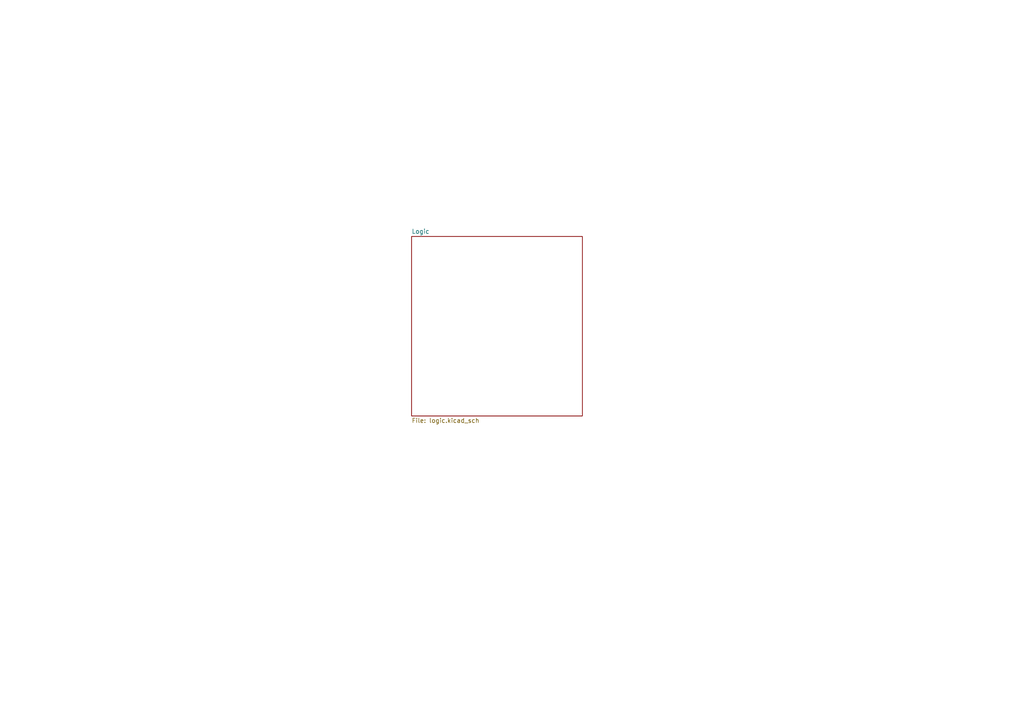
<source format=kicad_sch>
(kicad_sch
	(version 20250114)
	(generator "eeschema")
	(generator_version "9.0")
	(uuid "270585c2-1b66-435e-834d-eeecd1378fa5")
	(paper "A4")
	(lib_symbols)
	(sheet
		(at 119.38 68.58)
		(size 49.53 52.07)
		(exclude_from_sim no)
		(in_bom yes)
		(on_board yes)
		(dnp no)
		(fields_autoplaced yes)
		(stroke
			(width 0.1524)
			(type solid)
		)
		(fill
			(color 0 0 0 0.0000)
		)
		(uuid "8f4a616b-f802-46b7-a561-0d432bde3c67")
		(property "Sheetname" "Logic"
			(at 119.38 67.8684 0)
			(effects
				(font
					(size 1.27 1.27)
				)
				(justify left bottom)
			)
		)
		(property "Sheetfile" "logic.kicad_sch"
			(at 119.38 121.2346 0)
			(effects
				(font
					(size 1.27 1.27)
				)
				(justify left top)
			)
		)
		(instances
			(project "Psidog"
				(path "/270585c2-1b66-435e-834d-eeecd1378fa5"
					(page "2")
				)
			)
		)
	)
	(sheet_instances
		(path "/"
			(page "1")
		)
	)
	(embedded_fonts no)
)

</source>
